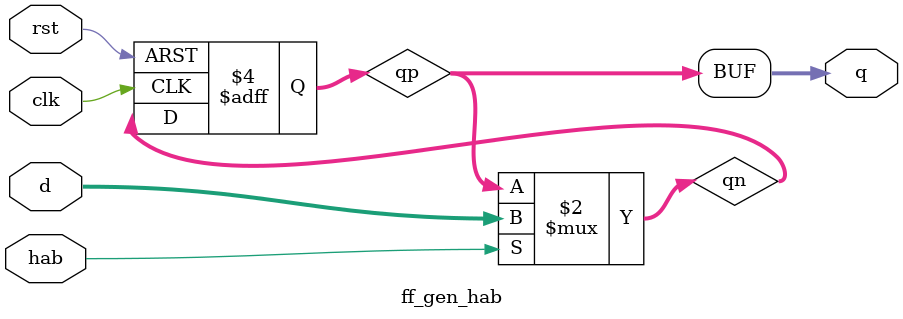
<source format=v>
module ff_gen_hab #(parameter n  = 60) (rst, clk, hab, d, q);
	input rst, clk, hab;
	input [n-1:0] d;
	output [n-1:0] q;
	
	reg [n-1:0] qn, qp;
	
	assign qn = (hab == 0) ? qp : d; 
	
	always@(posedge clk, posedge rst) begin
		if(rst)
			qp <= 0;
		else
			qp <= qn;
	end

	assign q = qp;
	
endmodule
</source>
